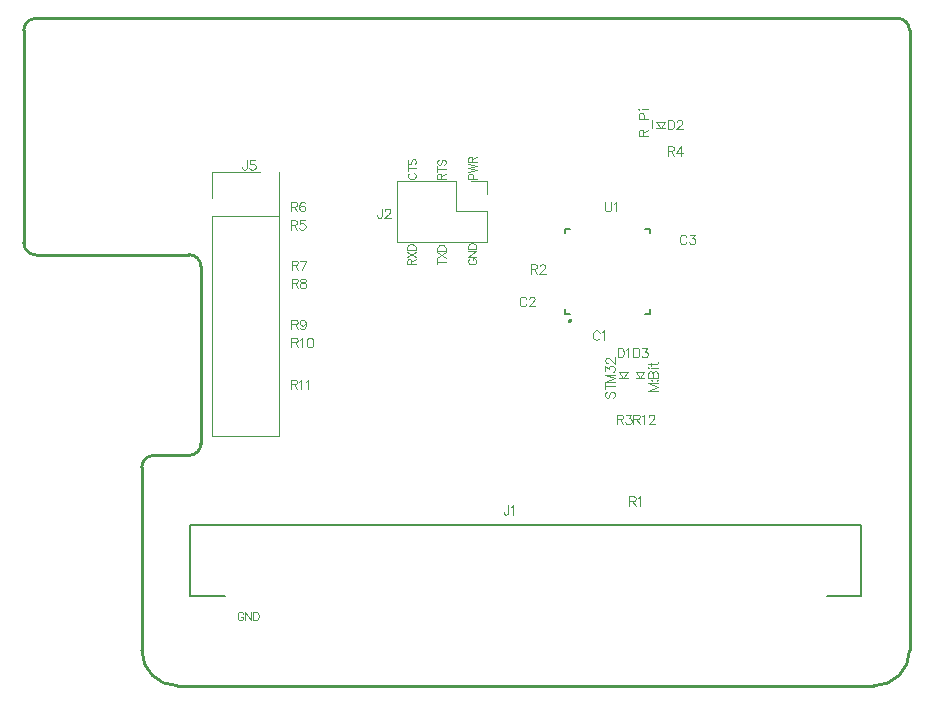
<source format=gto>
G04*
G04 #@! TF.GenerationSoftware,Altium Limited,Altium Designer,21.1.1 (26)*
G04*
G04 Layer_Color=65535*
%FSAX25Y25*%
%MOIN*%
G70*
G04*
G04 #@! TF.SameCoordinates,385E19C8-3E5E-4D6B-97ED-1EBFA2F8C446*
G04*
G04*
G04 #@! TF.FilePolarity,Positive*
G04*
G01*
G75*
%ADD10C,0.01181*%
%ADD11C,0.00500*%
%ADD12C,0.00394*%
%ADD13C,0.00472*%
%ADD14C,0.00354*%
%ADD15C,0.01000*%
D10*
X0142815Y0121653D02*
G03*
X0142815Y0121653I-0000197J0000000D01*
G01*
D11*
X0228358Y0030070D02*
X0239775D01*
X0016153D02*
X0027570D01*
X0016153D02*
Y0053692D01*
X0239775D01*
Y0030070D02*
Y0053692D01*
X0141043Y0150827D02*
Y0152362D01*
X0142579D01*
X0167854D02*
X0169390D01*
Y0150827D02*
Y0152362D01*
Y0124016D02*
Y0125551D01*
X0167854Y0124016D02*
X0169390D01*
X0141043D02*
X0142579D01*
X0141043D02*
Y0125551D01*
D12*
X0109882Y0168209D02*
X0115098D01*
Y0163779D02*
Y0168209D01*
Y0148065D02*
Y0158169D01*
X0104764D02*
X0115098D01*
X0104764D02*
Y0168158D01*
X0084907Y0148065D02*
X0115098D01*
X0084902Y0148071D02*
X0084907Y0148065D01*
X0084902Y0148071D02*
Y0168158D01*
X0104764D01*
X0164567Y0102559D02*
X0167520D01*
X0164567Y0104528D02*
X0167520D01*
X0164567D02*
X0166043Y0102559D01*
X0167520Y0104528D01*
X0160433Y0102559D02*
X0161909Y0104528D01*
X0158957D02*
X0160433Y0102559D01*
X0158957Y0104528D02*
X0161909D01*
X0158957Y0102559D02*
X0161909D01*
X0172953Y0186004D02*
X0174429Y0187972D01*
X0171476D02*
X0172953Y0186004D01*
X0171476Y0187972D02*
X0174429D01*
X0171476Y0186004D02*
X0174429D01*
X0023228Y0156595D02*
X0023228Y0083169D01*
X0045866D01*
Y0171358D01*
X0023228Y0156595D02*
X0045866D01*
X0023228Y0171358D02*
X0039370D01*
X0023228Y0162500D02*
Y0171358D01*
D13*
X0154965Y0098077D02*
X0154666Y0097777D01*
X0154516Y0097328D01*
Y0096728D01*
X0154666Y0096278D01*
X0154965Y0095978D01*
X0155265D01*
X0155565Y0096128D01*
X0155715Y0096278D01*
X0155865Y0096578D01*
X0156165Y0097478D01*
X0156315Y0097777D01*
X0156465Y0097927D01*
X0156765Y0098077D01*
X0157215D01*
X0157515Y0097777D01*
X0157665Y0097328D01*
Y0096728D01*
X0157515Y0096278D01*
X0157215Y0095978D01*
X0154516Y0099832D02*
X0157665D01*
X0154516Y0098782D02*
Y0100882D01*
Y0101256D02*
X0157665D01*
X0154516D02*
X0157665Y0102456D01*
X0154516Y0103656D02*
X0157665Y0102456D01*
X0154516Y0103656D02*
X0157665D01*
X0154516Y0104855D02*
Y0106505D01*
X0155715Y0105605D01*
Y0106055D01*
X0155865Y0106355D01*
X0156015Y0106505D01*
X0156465Y0106655D01*
X0156765D01*
X0157215Y0106505D01*
X0157515Y0106205D01*
X0157665Y0105755D01*
Y0105305D01*
X0157515Y0104855D01*
X0157365Y0104705D01*
X0157065Y0104555D01*
X0155265Y0107509D02*
X0155115D01*
X0154815Y0107659D01*
X0154666Y0107809D01*
X0154516Y0108109D01*
Y0108709D01*
X0154666Y0109009D01*
X0154815Y0109159D01*
X0155115Y0109309D01*
X0155415D01*
X0155715Y0109159D01*
X0156165Y0108859D01*
X0157665Y0107359D01*
Y0109459D01*
X0168820Y0098405D02*
X0171968D01*
X0168820D02*
X0171968Y0099605D01*
X0168820Y0100805D02*
X0171968Y0099605D01*
X0168820Y0100805D02*
X0171968D01*
X0169869Y0101854D02*
X0170019Y0101704D01*
X0170169Y0101854D01*
X0170019Y0102004D01*
X0169869Y0101854D01*
X0171669D02*
X0171819Y0101704D01*
X0171968Y0101854D01*
X0171819Y0102004D01*
X0171669Y0101854D01*
X0168820Y0102694D02*
X0171968D01*
X0168820D02*
Y0104044D01*
X0168970Y0104493D01*
X0169120Y0104643D01*
X0169419Y0104793D01*
X0169719D01*
X0170019Y0104643D01*
X0170169Y0104493D01*
X0170319Y0104044D01*
Y0102694D02*
Y0104044D01*
X0170469Y0104493D01*
X0170619Y0104643D01*
X0170919Y0104793D01*
X0171369D01*
X0171669Y0104643D01*
X0171819Y0104493D01*
X0171968Y0104044D01*
Y0102694D01*
X0168820Y0105798D02*
X0168970Y0105948D01*
X0168820Y0106098D01*
X0168670Y0105948D01*
X0168820Y0105798D01*
X0169869Y0105948D02*
X0171968D01*
X0168820Y0107103D02*
X0171369D01*
X0171819Y0107253D01*
X0171968Y0107552D01*
Y0107852D01*
X0169869Y0106653D02*
Y0107702D01*
X0165703Y0183220D02*
X0168852D01*
X0165703D02*
Y0184569D01*
X0165853Y0185019D01*
X0166003Y0185169D01*
X0166303Y0185319D01*
X0166603D01*
X0166903Y0185169D01*
X0167052Y0185019D01*
X0167202Y0184569D01*
Y0183220D01*
Y0184269D02*
X0168852Y0185319D01*
X0169902Y0186024D02*
Y0188423D01*
X0167352Y0188828D02*
Y0190178D01*
X0167202Y0190627D01*
X0167052Y0190777D01*
X0166753Y0190927D01*
X0166303D01*
X0166003Y0190777D01*
X0165853Y0190627D01*
X0165703Y0190178D01*
Y0188828D01*
X0168852D01*
X0165703Y0191932D02*
X0165853Y0192082D01*
X0165703Y0192232D01*
X0165553Y0192082D01*
X0165703Y0191932D01*
X0166753Y0192082D02*
X0168852D01*
D14*
X0033858Y0024028D02*
X0033727Y0024291D01*
X0033464Y0024553D01*
X0033202Y0024684D01*
X0032677D01*
X0032415Y0024553D01*
X0032152Y0024291D01*
X0032021Y0024028D01*
X0031890Y0023635D01*
Y0022979D01*
X0032021Y0022585D01*
X0032152Y0022323D01*
X0032415Y0022060D01*
X0032677Y0021929D01*
X0033202D01*
X0033464Y0022060D01*
X0033727Y0022323D01*
X0033858Y0022585D01*
Y0022979D01*
X0033202D02*
X0033858D01*
X0034488Y0024684D02*
Y0021929D01*
Y0024684D02*
X0036325Y0021929D01*
Y0024684D02*
Y0021929D01*
X0037086Y0024684D02*
Y0021929D01*
Y0024684D02*
X0038004D01*
X0038398Y0024553D01*
X0038660Y0024291D01*
X0038791Y0024028D01*
X0038922Y0023635D01*
Y0022979D01*
X0038791Y0022585D01*
X0038660Y0022323D01*
X0038398Y0022060D01*
X0038004Y0021929D01*
X0037086D01*
X0098524Y0168898D02*
X0101279D01*
X0098524D02*
Y0170079D01*
X0098655Y0170472D01*
X0098787Y0170603D01*
X0099049Y0170735D01*
X0099311D01*
X0099574Y0170603D01*
X0099705Y0170472D01*
X0099836Y0170079D01*
Y0168898D01*
Y0169816D02*
X0101279Y0170735D01*
X0098524Y0172270D02*
X0101279D01*
X0098524Y0171351D02*
Y0173188D01*
X0098918Y0175353D02*
X0098655Y0175091D01*
X0098524Y0174697D01*
Y0174172D01*
X0098655Y0173778D01*
X0098918Y0173516D01*
X0099180D01*
X0099443Y0173647D01*
X0099574Y0173778D01*
X0099705Y0174041D01*
X0099967Y0174828D01*
X0100099Y0175091D01*
X0100230Y0175222D01*
X0100492Y0175353D01*
X0100886D01*
X0101148Y0175091D01*
X0101279Y0174697D01*
Y0174172D01*
X0101148Y0173778D01*
X0100886Y0173516D01*
X0109416Y0142421D02*
X0109154Y0142290D01*
X0108892Y0142027D01*
X0108760Y0141765D01*
Y0141240D01*
X0108892Y0140978D01*
X0109154Y0140715D01*
X0109416Y0140584D01*
X0109810Y0140453D01*
X0110466D01*
X0110860Y0140584D01*
X0111122Y0140715D01*
X0111384Y0140978D01*
X0111516Y0141240D01*
Y0141765D01*
X0111384Y0142027D01*
X0111122Y0142290D01*
X0110860Y0142421D01*
X0110466D01*
Y0141765D02*
Y0142421D01*
X0108760Y0143051D02*
X0111516D01*
X0108760D02*
X0111516Y0144887D01*
X0108760D02*
X0111516D01*
X0108760Y0145649D02*
X0111516D01*
X0108760D02*
Y0146567D01*
X0108892Y0146961D01*
X0109154Y0147223D01*
X0109416Y0147354D01*
X0109810Y0147485D01*
X0110466D01*
X0110860Y0147354D01*
X0111122Y0147223D01*
X0111384Y0146961D01*
X0111516Y0146567D01*
Y0145649D01*
X0110302Y0168898D02*
Y0170079D01*
X0110171Y0170472D01*
X0110040Y0170603D01*
X0109777Y0170735D01*
X0109384D01*
X0109121Y0170603D01*
X0108990Y0170472D01*
X0108859Y0170079D01*
Y0168898D01*
X0111614D01*
X0108859Y0171351D02*
X0111614Y0172007D01*
X0108859Y0172663D02*
X0111614Y0172007D01*
X0108859Y0172663D02*
X0111614Y0173319D01*
X0108859Y0173975D02*
X0111614Y0173319D01*
X0108859Y0174526D02*
X0111614D01*
X0108859D02*
Y0175707D01*
X0108990Y0176101D01*
X0109121Y0176232D01*
X0109384Y0176363D01*
X0109646D01*
X0109908Y0176232D01*
X0110040Y0176101D01*
X0110171Y0175707D01*
Y0174526D01*
Y0175445D02*
X0111614Y0176363D01*
X0088485Y0140453D02*
X0091240D01*
X0088485D02*
Y0141634D01*
X0088616Y0142027D01*
X0088747Y0142158D01*
X0089010Y0142290D01*
X0089272D01*
X0089534Y0142158D01*
X0089666Y0142027D01*
X0089797Y0141634D01*
Y0140453D01*
Y0141371D02*
X0091240Y0142290D01*
X0088485Y0142906D02*
X0091240Y0144743D01*
X0088485D02*
X0091240Y0142906D01*
X0088485Y0145360D02*
X0091240D01*
X0088485D02*
Y0146278D01*
X0088616Y0146672D01*
X0088879Y0146934D01*
X0089141Y0147065D01*
X0089534Y0147197D01*
X0090191D01*
X0090584Y0147065D01*
X0090847Y0146934D01*
X0091109Y0146672D01*
X0091240Y0146278D01*
Y0145360D01*
X0098524Y0141371D02*
X0101279D01*
X0098524Y0140453D02*
Y0142290D01*
Y0142618D02*
X0101279Y0144455D01*
X0098524D02*
X0101279Y0142618D01*
X0098524Y0145071D02*
X0101279D01*
X0098524D02*
Y0145990D01*
X0098655Y0146383D01*
X0098918Y0146646D01*
X0099180Y0146777D01*
X0099574Y0146908D01*
X0100230D01*
X0100624Y0146777D01*
X0100886Y0146646D01*
X0101148Y0146383D01*
X0101279Y0145990D01*
Y0145071D01*
X0089239Y0170866D02*
X0088977Y0170735D01*
X0088714Y0170472D01*
X0088583Y0170210D01*
Y0169685D01*
X0088714Y0169422D01*
X0088977Y0169160D01*
X0089239Y0169029D01*
X0089633Y0168898D01*
X0090289D01*
X0090683Y0169029D01*
X0090945Y0169160D01*
X0091207Y0169422D01*
X0091339Y0169685D01*
Y0170210D01*
X0091207Y0170472D01*
X0090945Y0170735D01*
X0090683Y0170866D01*
X0088583Y0172558D02*
X0091339D01*
X0088583Y0171640D02*
Y0173477D01*
X0088977Y0175642D02*
X0088714Y0175379D01*
X0088583Y0174986D01*
Y0174461D01*
X0088714Y0174067D01*
X0088977Y0173805D01*
X0089239D01*
X0089502Y0173936D01*
X0089633Y0174067D01*
X0089764Y0174329D01*
X0090026Y0175117D01*
X0090158Y0175379D01*
X0090289Y0175510D01*
X0090551Y0175642D01*
X0090945D01*
X0091207Y0175379D01*
X0091339Y0174986D01*
Y0174461D01*
X0091207Y0174067D01*
X0090945Y0173805D01*
X0163803Y0090386D02*
Y0087237D01*
Y0090386D02*
X0165152D01*
X0165602Y0090236D01*
X0165752Y0090086D01*
X0165902Y0089786D01*
Y0089486D01*
X0165752Y0089187D01*
X0165602Y0089037D01*
X0165152Y0088887D01*
X0163803D01*
X0164852D02*
X0165902Y0087237D01*
X0166607Y0089786D02*
X0166907Y0089936D01*
X0167357Y0090386D01*
Y0087237D01*
X0169066Y0089636D02*
Y0089786D01*
X0169216Y0090086D01*
X0169366Y0090236D01*
X0169666Y0090386D01*
X0170266D01*
X0170565Y0090236D01*
X0170715Y0090086D01*
X0170865Y0089786D01*
Y0089486D01*
X0170715Y0089187D01*
X0170416Y0088737D01*
X0168916Y0087237D01*
X0171015D01*
X0163782Y0112601D02*
Y0109452D01*
Y0112601D02*
X0164832D01*
X0165281Y0112451D01*
X0165581Y0112151D01*
X0165731Y0111851D01*
X0165881Y0111401D01*
Y0110651D01*
X0165731Y0110202D01*
X0165581Y0109902D01*
X0165281Y0109602D01*
X0164832Y0109452D01*
X0163782D01*
X0166886Y0112601D02*
X0168535D01*
X0167636Y0111401D01*
X0168086D01*
X0168385Y0111251D01*
X0168535Y0111101D01*
X0168685Y0110651D01*
Y0110352D01*
X0168535Y0109902D01*
X0168236Y0109602D01*
X0167786Y0109452D01*
X0167336D01*
X0166886Y0109602D01*
X0166736Y0109752D01*
X0166586Y0110052D01*
X0035024Y0175098D02*
Y0172699D01*
X0034874Y0172249D01*
X0034724Y0172099D01*
X0034424Y0171949D01*
X0034124D01*
X0033824Y0172099D01*
X0033674Y0172249D01*
X0033524Y0172699D01*
Y0172999D01*
X0037633Y0175098D02*
X0036133D01*
X0035983Y0173749D01*
X0036133Y0173898D01*
X0036583Y0174048D01*
X0037033D01*
X0037483Y0173898D01*
X0037783Y0173599D01*
X0037933Y0173149D01*
Y0172849D01*
X0037783Y0172399D01*
X0037483Y0172099D01*
X0037033Y0171949D01*
X0036583D01*
X0036133Y0172099D01*
X0035983Y0172249D01*
X0035833Y0172549D01*
X0154341Y0161338D02*
Y0159089D01*
X0154491Y0158639D01*
X0154791Y0158339D01*
X0155241Y0158189D01*
X0155541D01*
X0155991Y0158339D01*
X0156291Y0158639D01*
X0156441Y0159089D01*
Y0161338D01*
X0157310Y0160738D02*
X0157610Y0160888D01*
X0158060Y0161338D01*
Y0158189D01*
X0080004Y0159055D02*
Y0156656D01*
X0079854Y0156206D01*
X0079704Y0156056D01*
X0079404Y0155906D01*
X0079104D01*
X0078804Y0156056D01*
X0078654Y0156206D01*
X0078504Y0156656D01*
Y0156956D01*
X0080964Y0158305D02*
Y0158455D01*
X0081113Y0158755D01*
X0081264Y0158905D01*
X0081563Y0159055D01*
X0082163D01*
X0082463Y0158905D01*
X0082613Y0158755D01*
X0082763Y0158455D01*
Y0158155D01*
X0082613Y0157855D01*
X0082313Y0157405D01*
X0080814Y0155906D01*
X0082913D01*
X0122116Y0060137D02*
Y0057738D01*
X0121966Y0057288D01*
X0121816Y0057139D01*
X0121516Y0056989D01*
X0121216D01*
X0120916Y0057139D01*
X0120766Y0057288D01*
X0120616Y0057738D01*
Y0058038D01*
X0122925Y0059538D02*
X0123225Y0059688D01*
X0123675Y0060137D01*
Y0056989D01*
X0049628Y0101968D02*
Y0098819D01*
Y0101968D02*
X0050977D01*
X0051427Y0101818D01*
X0051577Y0101668D01*
X0051727Y0101368D01*
Y0101068D01*
X0051577Y0100769D01*
X0051427Y0100619D01*
X0050977Y0100469D01*
X0049628D01*
X0050677D02*
X0051727Y0098819D01*
X0052432Y0101368D02*
X0052732Y0101518D01*
X0053181Y0101968D01*
Y0098819D01*
X0054741Y0101368D02*
X0055041Y0101518D01*
X0055491Y0101968D01*
Y0098819D01*
X0049839Y0115945D02*
Y0112796D01*
Y0115945D02*
X0051188D01*
X0051638Y0115795D01*
X0051788Y0115645D01*
X0051938Y0115345D01*
Y0115045D01*
X0051788Y0114745D01*
X0051638Y0114595D01*
X0051188Y0114445D01*
X0049839D01*
X0050888D02*
X0051938Y0112796D01*
X0052643Y0115345D02*
X0052943Y0115495D01*
X0053392Y0115945D01*
Y0112796D01*
X0055852Y0115945D02*
X0055402Y0115795D01*
X0055102Y0115345D01*
X0054952Y0114595D01*
Y0114145D01*
X0055102Y0113395D01*
X0055402Y0112946D01*
X0055852Y0112796D01*
X0056151D01*
X0056601Y0112946D01*
X0056901Y0113395D01*
X0057051Y0114145D01*
Y0114595D01*
X0056901Y0115345D01*
X0056601Y0115795D01*
X0056151Y0115945D01*
X0055852D01*
X0049887Y0121949D02*
Y0118799D01*
Y0121949D02*
X0051237D01*
X0051687Y0121799D01*
X0051836Y0121649D01*
X0051986Y0121349D01*
Y0121049D01*
X0051836Y0120749D01*
X0051687Y0120599D01*
X0051237Y0120449D01*
X0049887D01*
X0050937D02*
X0051986Y0118799D01*
X0054641Y0120899D02*
X0054491Y0120449D01*
X0054191Y0120149D01*
X0053741Y0119999D01*
X0053591D01*
X0053141Y0120149D01*
X0052841Y0120449D01*
X0052691Y0120899D01*
Y0121049D01*
X0052841Y0121499D01*
X0053141Y0121799D01*
X0053591Y0121949D01*
X0053741D01*
X0054191Y0121799D01*
X0054491Y0121499D01*
X0054641Y0120899D01*
Y0120149D01*
X0054491Y0119399D01*
X0054191Y0118949D01*
X0053741Y0118799D01*
X0053441D01*
X0052991Y0118949D01*
X0052841Y0119249D01*
X0049911Y0135728D02*
Y0132579D01*
Y0135728D02*
X0051260D01*
X0051710Y0135578D01*
X0051860Y0135428D01*
X0052010Y0135128D01*
Y0134828D01*
X0051860Y0134528D01*
X0051710Y0134379D01*
X0051260Y0134229D01*
X0049911D01*
X0050960D02*
X0052010Y0132579D01*
X0053464Y0135728D02*
X0053014Y0135578D01*
X0052864Y0135278D01*
Y0134978D01*
X0053014Y0134678D01*
X0053314Y0134528D01*
X0053914Y0134379D01*
X0054364Y0134229D01*
X0054664Y0133929D01*
X0054814Y0133629D01*
Y0133179D01*
X0054664Y0132879D01*
X0054514Y0132729D01*
X0054064Y0132579D01*
X0053464D01*
X0053014Y0132729D01*
X0052864Y0132879D01*
X0052715Y0133179D01*
Y0133629D01*
X0052864Y0133929D01*
X0053164Y0134229D01*
X0053614Y0134379D01*
X0054214Y0134528D01*
X0054514Y0134678D01*
X0054664Y0134978D01*
Y0135278D01*
X0054514Y0135578D01*
X0054064Y0135728D01*
X0053464D01*
X0049911Y0141732D02*
Y0138583D01*
Y0141732D02*
X0051260D01*
X0051710Y0141582D01*
X0051860Y0141432D01*
X0052010Y0141132D01*
Y0140832D01*
X0051860Y0140532D01*
X0051710Y0140382D01*
X0051260Y0140232D01*
X0049911D01*
X0050960D02*
X0052010Y0138583D01*
X0054814Y0141732D02*
X0053314Y0138583D01*
X0052715Y0141732D02*
X0054814D01*
X0049679Y0161238D02*
Y0158089D01*
Y0161238D02*
X0051028D01*
X0051478Y0161088D01*
X0051628Y0160938D01*
X0051778Y0160638D01*
Y0160338D01*
X0051628Y0160038D01*
X0051478Y0159888D01*
X0051028Y0159738D01*
X0049679D01*
X0050728D02*
X0051778Y0158089D01*
X0054282Y0160788D02*
X0054132Y0161088D01*
X0053682Y0161238D01*
X0053383D01*
X0052933Y0161088D01*
X0052633Y0160638D01*
X0052483Y0159888D01*
Y0159138D01*
X0052633Y0158539D01*
X0052933Y0158239D01*
X0053383Y0158089D01*
X0053532D01*
X0053982Y0158239D01*
X0054282Y0158539D01*
X0054432Y0158988D01*
Y0159138D01*
X0054282Y0159588D01*
X0053982Y0159888D01*
X0053532Y0160038D01*
X0053383D01*
X0052933Y0159888D01*
X0052633Y0159588D01*
X0052483Y0159138D01*
X0049652Y0155166D02*
Y0152017D01*
Y0155166D02*
X0051002D01*
X0051452Y0155016D01*
X0051602Y0154866D01*
X0051752Y0154566D01*
Y0154266D01*
X0051602Y0153966D01*
X0051452Y0153816D01*
X0051002Y0153666D01*
X0049652D01*
X0050702D02*
X0051752Y0152017D01*
X0054256Y0155166D02*
X0052756D01*
X0052606Y0153816D01*
X0052756Y0153966D01*
X0053206Y0154116D01*
X0053656D01*
X0054106Y0153966D01*
X0054406Y0153666D01*
X0054556Y0153217D01*
Y0152917D01*
X0054406Y0152467D01*
X0054106Y0152167D01*
X0053656Y0152017D01*
X0053206D01*
X0052756Y0152167D01*
X0052606Y0152317D01*
X0052456Y0152617D01*
X0175328Y0179823D02*
Y0176674D01*
Y0179823D02*
X0176677D01*
X0177127Y0179673D01*
X0177277Y0179523D01*
X0177427Y0179223D01*
Y0178923D01*
X0177277Y0178623D01*
X0177127Y0178473D01*
X0176677Y0178323D01*
X0175328D01*
X0176377D02*
X0177427Y0176674D01*
X0179631Y0179823D02*
X0178132Y0177723D01*
X0180381D01*
X0179631Y0179823D02*
Y0176674D01*
X0158398Y0090301D02*
Y0087151D01*
Y0090301D02*
X0159747D01*
X0160197Y0090150D01*
X0160347Y0090001D01*
X0160497Y0089701D01*
Y0089401D01*
X0160347Y0089101D01*
X0160197Y0088951D01*
X0159747Y0088801D01*
X0158398D01*
X0159447D02*
X0160497Y0087151D01*
X0161502Y0090301D02*
X0163151D01*
X0162251Y0089101D01*
X0162701D01*
X0163001Y0088951D01*
X0163151Y0088801D01*
X0163301Y0088351D01*
Y0088051D01*
X0163151Y0087601D01*
X0162851Y0087301D01*
X0162401Y0087151D01*
X0161951D01*
X0161502Y0087301D01*
X0161352Y0087451D01*
X0161202Y0087751D01*
X0129733Y0140551D02*
Y0137402D01*
Y0140551D02*
X0131083D01*
X0131533Y0140401D01*
X0131683Y0140251D01*
X0131833Y0139951D01*
Y0139651D01*
X0131683Y0139351D01*
X0131533Y0139201D01*
X0131083Y0139051D01*
X0129733D01*
X0130783D02*
X0131833Y0137402D01*
X0132687Y0139801D02*
Y0139951D01*
X0132837Y0140251D01*
X0132987Y0140401D01*
X0133287Y0140551D01*
X0133887D01*
X0134187Y0140401D01*
X0134337Y0140251D01*
X0134487Y0139951D01*
Y0139651D01*
X0134337Y0139351D01*
X0134037Y0138901D01*
X0132537Y0137402D01*
X0134637D01*
X0162495Y0063090D02*
Y0059941D01*
Y0063090D02*
X0163844D01*
X0164294Y0062940D01*
X0164444Y0062790D01*
X0164594Y0062490D01*
Y0062191D01*
X0164444Y0061891D01*
X0164294Y0061741D01*
X0163844Y0061591D01*
X0162495D01*
X0163544D02*
X0164594Y0059941D01*
X0165299Y0062490D02*
X0165599Y0062640D01*
X0166049Y0063090D01*
Y0059941D01*
X0175319Y0188593D02*
Y0185444D01*
Y0188593D02*
X0176368D01*
X0176818Y0188444D01*
X0177118Y0188144D01*
X0177268Y0187844D01*
X0177418Y0187394D01*
Y0186644D01*
X0177268Y0186194D01*
X0177118Y0185894D01*
X0176818Y0185594D01*
X0176368Y0185444D01*
X0175319D01*
X0178273Y0187844D02*
Y0187994D01*
X0178423Y0188294D01*
X0178572Y0188444D01*
X0178872Y0188593D01*
X0179472D01*
X0179772Y0188444D01*
X0179922Y0188294D01*
X0180072Y0187994D01*
Y0187694D01*
X0179922Y0187394D01*
X0179622Y0186944D01*
X0178123Y0185444D01*
X0180222D01*
X0158556Y0112601D02*
Y0109452D01*
Y0112601D02*
X0159606D01*
X0160055Y0112451D01*
X0160355Y0112151D01*
X0160505Y0111851D01*
X0160655Y0111401D01*
Y0110651D01*
X0160505Y0110202D01*
X0160355Y0109902D01*
X0160055Y0109602D01*
X0159606Y0109452D01*
X0158556D01*
X0161360Y0112001D02*
X0161660Y0112151D01*
X0162110Y0112601D01*
Y0109452D01*
X0181522Y0149545D02*
X0181372Y0149845D01*
X0181072Y0150145D01*
X0180773Y0150295D01*
X0180173D01*
X0179873Y0150145D01*
X0179573Y0149845D01*
X0179423Y0149545D01*
X0179273Y0149095D01*
Y0148346D01*
X0179423Y0147896D01*
X0179573Y0147596D01*
X0179873Y0147296D01*
X0180173Y0147146D01*
X0180773D01*
X0181072Y0147296D01*
X0181372Y0147596D01*
X0181522Y0147896D01*
X0182707Y0150295D02*
X0184356D01*
X0183457Y0149095D01*
X0183907D01*
X0184206Y0148945D01*
X0184356Y0148795D01*
X0184506Y0148346D01*
Y0148046D01*
X0184356Y0147596D01*
X0184056Y0147296D01*
X0183607Y0147146D01*
X0183157D01*
X0182707Y0147296D01*
X0182557Y0147446D01*
X0182407Y0147746D01*
X0128145Y0128914D02*
X0127995Y0129214D01*
X0127695Y0129514D01*
X0127395Y0129664D01*
X0126796D01*
X0126496Y0129514D01*
X0126196Y0129214D01*
X0126046Y0128914D01*
X0125896Y0128465D01*
Y0127715D01*
X0126046Y0127265D01*
X0126196Y0126965D01*
X0126496Y0126665D01*
X0126796Y0126515D01*
X0127395D01*
X0127695Y0126665D01*
X0127995Y0126965D01*
X0128145Y0127265D01*
X0129180Y0128914D02*
Y0129064D01*
X0129330Y0129364D01*
X0129480Y0129514D01*
X0129780Y0129664D01*
X0130379D01*
X0130679Y0129514D01*
X0130829Y0129364D01*
X0130979Y0129064D01*
Y0128764D01*
X0130829Y0128465D01*
X0130529Y0128015D01*
X0129030Y0126515D01*
X0131129D01*
X0152582Y0117666D02*
X0152433Y0117966D01*
X0152133Y0118266D01*
X0151833Y0118416D01*
X0151233D01*
X0150933Y0118266D01*
X0150633Y0117966D01*
X0150483Y0117666D01*
X0150333Y0117216D01*
Y0116466D01*
X0150483Y0116016D01*
X0150633Y0115717D01*
X0150933Y0115417D01*
X0151233Y0115267D01*
X0151833D01*
X0152133Y0115417D01*
X0152433Y0115717D01*
X0152582Y0116016D01*
X0153467Y0117816D02*
X0153767Y0117966D01*
X0154217Y0118416D01*
Y0115267D01*
D15*
X-0035433Y0222441D02*
G03*
X-0039370Y0218504I0000000J-0003937D01*
G01*
X0255906D02*
G03*
X0251969Y0222441I-0003937J0000000D01*
G01*
X0000000Y0011811D02*
G03*
X0011811Y0000000I0011811J0000000D01*
G01*
X0244094D02*
G03*
X0255906Y0011811I0000000J0011811D01*
G01*
X0019685Y0139764D02*
G03*
X0015748Y0143701I-0003937J0000000D01*
G01*
X0003937Y0076772D02*
G03*
X0000000Y0072835I0000000J-0003937D01*
G01*
X-0039370Y0147638D02*
G03*
X-0035433Y0143701I0003937J0000000D01*
G01*
X0015748Y0076772D02*
G03*
X0019685Y0080709I0000000J0003937D01*
G01*
X0255906Y0011811D02*
Y0218504D01*
X-0035433Y0222441D02*
X0251969D01*
X-0039370Y0147638D02*
Y0218504D01*
X-0035433Y0143701D02*
X0015748D01*
X0000000Y0011811D02*
Y0072835D01*
X0011811Y0000000D02*
X0244094D01*
X0019685Y0080709D02*
Y0139764D01*
X0003937Y0076772D02*
X0015748D01*
M02*

</source>
